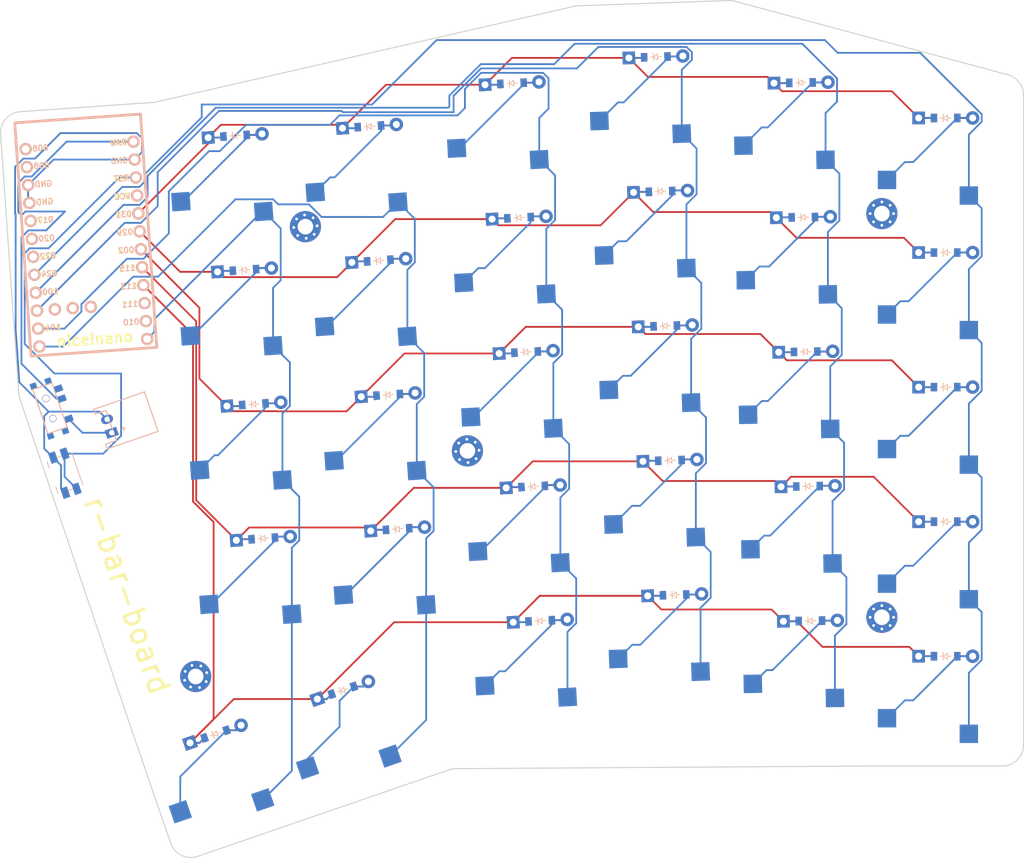
<source format=kicad_pcb>
(kicad_pcb (version 20240108) (generator "pcbnew") (generator_version "8.0")
  (title_block (title "right") (rev "v1.0.0") (company "Unknown"))
  (layers (0 "F.Cu" signal) (31 "B.Cu" signal) (34 "B.Paste" user) (35 "F.Paste" user) (36 "B.SilkS" user "B.Silkscreen") (37 "F.SilkS" user "F.Silkscreen") (38 "B.Mask" user) (39 "F.Mask" user) (44 "Edge.Cuts" user))
  (net 0 "")
  (net 1 "P024")
  (net 2 "mirror_outer_mod")
  (net 3 "mirror_outer_bottom")
  (net 4 "mirror_outer_home")
  (net 5 "mirror_outer_top")
  (net 6 "mirror_outer_num")
  (net 7 "P100")
  (net 8 "mirror_pinky_mod")
  (net 9 "mirror_pinky_bottom")
  (net 10 "mirror_pinky_home")
  (net 11 "mirror_pinky_top")
  (net 12 "mirror_pinky_num")
  (net 13 "P011")
  (net 14 "mirror_ring_mod")
  (net 15 "mirror_ring_bottom")
  (net 16 "mirror_ring_home")
  (net 17 "mirror_ring_top")
  (net 18 "mirror_ring_num")
  (net 19 "P104")
  (net 20 "mirror_middle_mod")
  (net 21 "mirror_middle_bottom")
  (net 22 "mirror_middle_home")
  (net 23 "mirror_middle_top")
  (net 24 "mirror_middle_num")
  (net 25 "P106")
  (net 26 "mirror_index_bottom")
  (net 27 "mirror_index_home")
  (net 28 "mirror_index_top")
  (net 29 "mirror_index_num")
  (net 30 "P009")
  (net 31 "mirror_inner_bottom")
  (net 32 "mirror_inner_home")
  (net 33 "mirror_inner_top")
  (net 34 "mirror_inner_num")
  (net 35 "mirror_space_thumb")
  (net 36 "mirror_mod_thumb")
  (net 37 "RAW")
  (net 38 "GND")
  (net 39 "RST")
  (net 40 "VCC")
  (net 41 "P031")
  (net 42 "P029")
  (net 43 "P002")
  (net 44 "P115")
  (net 45 "P113")
  (net 46 "P111")
  (net 47 "P010")
  (net 48 "P006")
  (net 49 "P008")
  (net 50 "P017")
  (net 51 "P020")
  (net 52 "P022")
  (net 53 "P101")
  (net 54 "P102")
  (net 55 "P107")
  (net 56 "pos")
  (footprint "E73:SPDT_C128955" (layer "F.Cu") (at 223.365139 160.018036 109)
    (property "Reference" "T1" (hide yes))
    (property "Value" "" (hide yes))
  )
  (footprint "nice_nano" (layer "F.Cu") (at 228.585581 136.80471 -86)
    (property "Reference" "MCU1" (hide yes))
    (property "Value" "nice_nano" (hide yes))
  )
  (footprint "PG1350" (layer "F.Cu") (at 310.44317 153.355354 -178)
    (property "Reference" "S13" (hide yes))
    (property "Value" "" (hide yes))
  )
  (footprint "ComboDiode" (layer "F.Cu") (at 329.422622 114.012337 1)
    (property "Reference" "D10" (hide yes))
    (property "Value" "" (hide yes))
  )
  (footprint "ComboDiode" (layer "F.Cu") (at 292.623944 190.00032 3)
    (property "Reference" "D16" (hide yes))
    (property "Value" "" (hide yes))
  )
  (footprint "MountingHole_2.2mm_M2_Pad_Via" (layer "F.Cu") (at 282.354047 166.00492 3)
    (property "Reference" "_3" (hide yes))
    (property "Value" "")
  )
  (footprint "ComboDiode" (layer "F.Cu") (at 272.499187 177.039461 4)
    (property "Reference" "D21" (hide yes))
    (property "Value" "" (hide yes))
  )
  (footprint "ComboDiode" (layer "F.Cu") (at 253.54547 178.364834 4)
    (property "Reference" "D25" (hide yes))
    (property "Value" "" (hide yes))
  )
  (footprint "ComboDiode" (layer "F.Cu") (at 291.629561 171.026359 3)
    (property "Reference" "D17" (hide yes))
    (property "Value" "" (hide yes))
  )
  (footprint "ComboDiode" (layer "F.Cu") (at 330.749005 190.000762 1)
    (property "Reference" "D6" (hide yes))
    (property "Value" "" (hide yes))
  )
  (footprint "PG1350" (layer "F.Cu") (at 270.197223 144.119848 -176)
    (property "Reference" "S23" (hide yes))
    (property "Value" "" (hide yes))
  )
  (footprint "PG1350" (layer "F.Cu") (at 289.902474 138.071584 -177)
    (property "Reference" "S19" (hide yes))
    (property "Value" "" (hide yes))
  )
  (footprint "ComboDiode" (layer "F.Cu") (at 349.836267 138)
    (property "Reference" "D4" (hide yes))
    (property "Value" "" (hide yes))
  )
  (footprint "ComboDiode" (layer "F.Cu") (at 308.942492 110.381548 2)
    (property "Reference" "D15" (hide yes))
    (property "Value" "" (hide yes))
  )
  (footprint "ComboDiode" (layer "F.Cu") (at 264.774259 199.80415 19)
    (property "Reference" "D29" (hide yes))
    (property "Value" "" (hide yes))
  )
  (footprint "MountingHole_2.2mm_M2_Pad_Via" (layer "F.Cu") (at 340.836267 189.5)
    (property "Reference" "_2" (hide yes))
    (property "Value" "")
  )
  (footprint "PG1350" (layer "F.Cu") (at 349.836267 162 180)
    (property "Reference" "S3" (hide yes))
    (property "Value" "" (hide yes))
  )
  (footprint "ComboDiode" (layer "F.Cu") (at 246.809406 205.989945 19)
    (property "Reference" "D30" (hide yes))
    (property "Value" "" (hide yes))
  )
  (footprint "PG1350" (layer "F.Cu") (at 266.402099 204.531743 -161)
    (property "Reference" "S29" (hide yes))
    (property "Value" "" (hide yes))
  )
  (footprint "PG1350" (layer "F.Cu") (at 329.509884 119.011575 -179)
    (property "Reference" "S10" (hide yes))
    (property "Value" "" (hide yes))
  )
  (footprint "PG1350" (layer "F.Cu") (at 349.836267 200 180)
    (property "Reference" "S1" (hide yes))
    (property "Value" "" (hide yes))
  )
  (footprint "PG1350" (layer "F.Cu") (at 249.918133 126.491504 -176)
    (property "Reference" "S28" (hide yes))
    (property "Value" "" (hide yes))
  )
  (footprint "ComboDiode" (layer "F.Cu") (at 288.646411 114.104475 3)
    (property "Reference" "D20" (hide yes))
    (property "Value" "" (hide yes))
  )
  (footprint "ComboDiode" (layer "F.Cu") (at 290.635178 152.052398 3)
    (property "Reference" "D18" (hide yes))
    (property "Value" "" (hide yes))
  )
  (footprint "ComboDiode" (layer "F.Cu") (at 250.894724 140.4574 4)
    (property "Reference" "D27" (hide yes))
    (property "Value" "" (hide yes))
  )
  (footprint "ComboDiode" (layer "F.Cu") (at 268.523068 120.17831 4)
    (property "Reference" "D24" (hide yes))
    (property "Value" "" (hide yes))
  )
  (footprint "MountingHole_2.2mm_M2_Pad_Via" (layer "F.Cu") (at 340.836267 132.5)
    (property "Reference" "_1" (hide yes))
    (property "Value" "")
  )
  (footprint "ComboDiode" (layer "F.Cu") (at 311.594854 186.335251 2)
    (property "Reference" "D11" (hide yes))
    (property "Value" "" (hide yes))
  )
  (footprint "ComboDiode" (layer "F.Cu") (at 309.605582 129.369974 2)
    (property "Reference" "D14" (hide yes))
    (property "Value" "" (hide yes))
  )
  (footprint "MountingHole_2.2mm_M2_Pad_Via" (layer "F.Cu") (at 244.00952 197.858485 19)
    (property "Reference" "_5" (hide yes))
    (property "Value" "")
  )
  (footprint "PG1350" (layer "F.Cu") (at 291.891241 176.019507 -177)
    (property "Reference" "S17" (hide yes))
    (property "Value" "" (hide yes))
  )
  (footprint "PG1350" (layer "F.Cu") (at 271.522596 163.073565 -176)
    (property "Reference" "S22" (hide yes))
    (property "Value" "" (hide yes))
  )
  (footprint "ComboDiode" (layer "F.Cu") (at 330.085813 152.006549 1)
    (property "Reference" "D8" (hide yes))
    (property "Value" "" (hide yes))
  )
  (footprint "ComboDiode" (layer "F.Cu") (at 349.836267 119)
    (property "Reference" "D5" (hide yes))
    (property "Value" "" (hide yes))
  )
  (footprint "ComboDiode" (layer "F.Cu") (at 349.836267 195)
    (property "Reference" "D1" (hide yes))
    (property "Value" "" (hide yes))
  )
  (footprint "PG1350" (layer "F.Cu") (at 330.504671 176.002894 -179)
    (property "Reference" "S7" (hide yes))
    (property "Value" "" (hide yes))
  )
  (footprint "PG1350" (layer "F.Cu") (at 248.437246 210.717537 -161)
    (property "Reference" "S30" (hide yes))
    (property "Value" "" (hide yes))
  )
  (footprint "PG1350" (layer "F.Cu") (at 349.836267 143 180)
    (property "Reference" "S4" (hide yes))
    (property "Value" "" (hide yes))
  )
  (footprint "PG1350" (layer "F.Cu") (at 268.87185 125.166131 -176)
    (property "Reference" "S24" (hide yes))
    (property "Value" "" (hide yes))
  )
  (footprint "PG1350" (layer "F.Cu") (at 272.847969 182.027282 -176)
    (property "Reference" "S21" (hide yes))
    (property "Value" "" (hide yes))
  )
  (footprint "ComboDiode" (layer "F.Cu") (at 330.417409 171.003655 1)
    (property "Reference" "D7" (hide yes))
    (property "Value" "" (hide yes))
  )
  (footprint "ComboDiode" (layer "F.Cu") (at 349.836267 176)
    (property "Reference" "D2" (hide yes))
    (property "Value" "" (hide yes))
  )
  (footprint "Panasonic_EVQPUL_EVQPUC" (layer "F.Cu") (at 225.558235 169.151646 109)
    (property "Reference" "B1" (hide yes))
    (property "Value" "Panasonic_EVQPUL_EVQPUC" (hide yes))
  )
  (footprint "PG1350" (layer "F.Cu") (at 349.836267 181 180)
    (property "Reference" "S2" (hide yes))
    (property "Value" "" (hide yes))
  )
  (footprint "PG1350" (layer "F.Cu") (at 329.84148 138.008681 -179)
    (property "Reference" "S9" (hide yes))
    (property "Value" "" (hide yes))
  )
  (footprint "MountingHole_2.2mm_M2_Pad_Via" (layer "F.Cu") (at 259.48914 134.34299 4)
    (property "Reference" "_4" (hide yes))
    (property "Value" "")
  )
  (footprint "PG1350" (layer "F.Cu") (at 309.116989 115.378502 -178)
    (property "Reference" "S15" (hide yes))
    (property "Value" "" (hide yes))
  )
  (footprint "PG1350" (layer "F.Cu") (at 251.243506 145.445221 -176)
    (property "Reference" "S27" (hide yes))
    (property "Value" "" (hide yes))
  )
  (footprint "PG1350" (layer "F.Cu") (at 292.885624 194.993468 -177)
    (property "Reference" "S16" (hide yes))
    (property "Value" "" (hide yes))
  )
  (footprint "JST_PH_S2B-PH-K_02x2.00mm_Angled" (layer "F.Cu") (at 231.833271 162.49609 109)
    (property "Reference" "JST1" (hide yes))
    (property "Value" "" (hide yes))
  )
  (footprint "PG1350" (layer "F.Cu") (at 330.173075 157.005788 -179)
    (property "Reference" "S8" (hide yes))
    (property "Value" "" (hide yes))
  )
  (footprint "ComboDiode" (layer "F.Cu") (at 310.931763 167.346825 2)
    (property "Reference" "D12" (hide yes))
    (property "Value" "" (hide yes))
  )
  (footprint "PG1350" (layer "F.Cu") (at 290.896857 157.045545 -177)
    (property "Reference" "S18" (hide yes))
    (property "Value" "" (hide yes))
  )
  (footprint "PG1350" (layer "F.Cu") (at 309.78008 134.366928 -178)
    (property "Reference" "S14" (hide yes))
    (property "Value" "" (hide yes))
  )
  (footprint "ComboDiode" (layer "F.Cu") (at 252.220097 159.411117 4)
    (property "Reference" "D26" (hide yes))
    (property "Value" "" (hide yes))
  )
  (footprint "ComboDiode" (layer "F.Cu") (at 349.836267 157)
    (property "Reference" "D3" (hide yes))
    (property "Value" "" (hide yes))
  )
  (footprint "PG1350" (layer "F.Cu") (at 311.769351 191.332205 -178)
    (property "Reference" "S11" (hide yes))
    (property "Value" "" (hide yes))
  )
  (footprint "PG1350" (layer "F.Cu") (at 288.908091 119.097623 -177)
    (property "Reference" "S20" (hide yes))
    (property "Value" "" (hide yes))
  )
  (footprint "PG1350" (layer "F.Cu") (at 330.836267 195 -179)
    (property "Reference" "S6" (hide yes))
    (property "Value" "" (hide yes))
  )
  (footprint "PG1350" (layer "F.Cu") (at 311.106261 172.343779 -178)
    (property "Reference" "S12" (hide yes))
    (property "Value" "" (hide yes))
  )
  (footprint "ComboDiode" (layer "F.Cu") (at 310.268673 148.358399 2)
    (property "Reference" "D13" (hide yes))
    (property "Value" "" (hide yes))
  )
  (footprint "ComboDiode" (layer "F.Cu") (at 271.173814 158.085744 4)
    (property "Reference" "D22" (hide yes))
    (property "Value" "" (hide yes))
  )
  (footprint "ComboDiode" (layer "F.Cu") (at 249.569351 121.503683 4)
    (property "Reference" "D28" (hide yes))
    (property "Value" "" (hide yes))
  )
  (footprint "PG1350" (layer "F.Cu") (at 252.568879 164.398938 -176)
    (property "Reference" "S26" (hide yes))
    (property "Value" "" (hide yes))
  )
  (footprint "PG1350" (layer "F.Cu") (at 349.836267 124 180)
    (property "Reference" "S5" (hide yes))
    (property "Value" "" (hide yes))
  )
  (footprint "ComboDiode" (layer "F.Cu") (at 329.754218 133.009443 1)
    (property "Reference" "D9" (hide yes))
    (property "Value" "" (hide yes))
  )
  (footprint "PG1350" (layer "F.Cu") (at 253.894252 183.352655 -176)
    (property "Reference" "S25" (hide yes))
    (property "Value" "" (hide yes))
  )
  (footprint "ComboDiode" (layer "F.Cu") (at 269.848441 139.132027 4)
    (property "Reference" "D23" (hide yes))
    (property "Value" "" (hide yes))
  )
  (footprint "ComboDiode" (layer "F.Cu") (at 289.640794 133.078437 3)
    (property "Reference" "D19" (hide yes))
    (property "Value" "" (hide yes))
  )
  (gr_arc (start 279.756001 211.038643) (mid 280.228014 210.917956) (end 280.713337 210.875261) (stroke (width 0.15)) (layer "Edge.Cuts"))
  (gr_arc (start 234.621196 204.379903) (mid 234.618094 204.370847) (end 234.615021 204.361781) (stroke (width 0.15)) (layer "Edge.Cuts"))
  (gr_arc (start 319.220135 102.418012) (mid 319.666718 102.435729) (end 320.105714 102.519596) (stroke (width 0.15)) (layer "Edge.Cuts"))
  (gr_line (start 219.179425 158.586635) (end 234.615021 204.361781) (stroke (width 0.15)) (layer "Edge.Cuts"))
  (gr_line (start 319.220135 102.418012) (end 297.969851 103.160088) (stroke (width 0.15)) (layer "Edge.Cuts"))
  (gr_arc (start 358.617148 112.901755) (mid 360.217721 113.973877) (end 360.836267 115.798344) (stroke (width 0.15)) (layer "Edge.Cuts"))
  (gr_arc (start 244.291564 223.250028) (mid 241.999746 223.109855) (end 240.478303 221.390177) (stroke (width 0.15)) (layer "Edge.Cuts"))
  (gr_line (start 216.475346 121.311737) (end 219.029464 157.837322) (stroke (width 0.15)) (layer "Edge.Cuts"))
  (gr_arc (start 238.439918 116.732339) (mid 238.211155 116.775442) (end 237.979739 116.800678) (stroke (width 0.15)) (layer "Edge.Cuts"))
  (gr_arc (start 360.836267 207.5) (mid 359.957587 209.62132) (end 357.836267 210.5) (stroke (width 0.15)) (layer "Edge.Cuts"))
  (gr_line (start 237.979739 116.800678) (end 219.258769 118.109775) (stroke (width 0.15)) (layer "Edge.Cuts"))
  (gr_line (start 338.845955 210.5) (end 357.836267 210.5) (stroke (width 0.15)) (layer "Edge.Cuts"))
  (gr_line (start 358.617148 112.901756) (end 320.105714 102.519596) (stroke (width 0.15)) (layer "Edge.Cuts"))
  (gr_arc (start 216.475345 121.311737) (mid 217.203909 119.13429) (end 219.258769 118.109775) (stroke (width 0.15)) (layer "Edge.Cuts"))
  (gr_line (start 244.291564 223.250028) (end 279.756001 211.038643) (stroke (width 0.15)) (layer "Edge.Cuts"))
  (gr_line (start 280.713337 210.875261) (end 338.826586 210.500062) (stroke (width 0.15)) (layer "Edge.Cuts"))
  (gr_arc (start 338.826586 210.500063) (mid 338.83627 210.500016) (end 338.845955 210.5) (stroke (width 0.15)) (layer "Edge.Cuts"))
  (gr_line (start 297.405101 103.233908) (end 238.439919 116.732338) (stroke (width 0.15)) (layer "Edge.Cuts"))
  (gr_arc (start 297.405101 103.233908) (mid 297.68572 103.183565) (end 297.969851 103.160088) (stroke (width 0.15)) (layer "Edge.Cuts"))
  (gr_arc (start 219.179425 158.586635) (mid 219.080488 158.216773) (end 219.029464 157.837322) (stroke (width 0.15)) (layer "Edge.Cuts"))
  (gr_line (start 360.836267 207.5) (end 360.836267 115.798344) (stroke (width 0.15)) (layer "Edge.Cuts"))
  (gr_line (start 234.621196 204.379903) (end 240.478303 221.390177) (stroke (width 0.15)) (layer "Edge.Cuts"))
  (gr_text "r-bar-board" (at 229.4948 172.291066 -71) (layer "F.SilkS") (effects (font (size 3 3) (thickness 0.4)) (justify left)))
  (segment (start 354.923767 157.529158) (end 354.923767 150.7625) (width 0.25) (layer "B.Cu") (net 1))
  (segment (start 353.111267 197.341658) (end 354.923767 195.529158) (width 0.25) (layer "B.Cu") (net 1))
  (segment (start 353.111267 129.95) (end 353.111267 121.341658) (width 0.25) (layer "B.Cu") (net 1))
  (segment (start 354.923767 177.136501) (end 354.923767 169.7625) (width 0.25) (layer "B.Cu") (net 1))
  (segment (start 245 117.1) (end 244.859607 117.1) (width 0.25) (layer "B.Cu") (net 1))
  (segment (start 353.111267 121.341658) (end 354.923767 119.529158) (width 0.25) (layer "B.Cu") (net 1))
  (segment (start 244.859607 118.903997) (end 236.768184 126.99542) (width 0.25) (layer "B.Cu") (net 1))
  (segment (start 353.111267 205.95) (end 353.111267 197.341658) (width 0.25) (layer "B.Cu") (net 1))
  (segment (start 353.111267 159.341658) (end 354.923767 157.529158) (width 0.25) (layer "B.Cu") (net 1))
  (segment (start 268.9 117.1) (end 245 117.1) (width 0.25) (layer "B.Cu") (net 1))
  (segment (start 354.923767 169.7625) (end 353.111267 167.95) (width 0.25) (layer "B.Cu") (net 1))
  (segment (start 354.923767 195.529158) (end 354.923767 188.7625) (width 0.25) (layer "B.Cu") (net 1))
  (segment (start 354.923767 131.7625) (end 353.111267 129.95) (width 0.25) (layer "B.Cu") (net 1))
  (segment (start 354.923767 138.529158) (end 354.923767 131.7625) (width 0.25) (layer "B.Cu") (net 1))
  (segment (start 354.923767 119.529158) (end 354.923767 118.470842) (width 0.25) (layer "B.Cu") (net 1))
  (segment (start 354.923767 118.470842) (end 346.252925 109.8) (width 0.25) (layer "B.Cu") (net 1))
  (segment (start 354.923767 150.7625) (end 353.111267 148.95) (width 0.25) (layer "B.Cu") (net 1))
  (segment (start 236.768184 126.99542) (end 236.768184 128.031816) (width 0.25) (layer "B.Cu") (net 1))
  (segment (start 354.923767 188.7625) (end 353.111267 186.95) (width 0.25) (layer "B.Cu") (net 1))
  (segment (start 236.768184 128.031816) (end 236.062666 128.737334) (width 0.25) (layer "B.Cu") (net 1))
  (segment (start 346.252925 109.8) (end 334.6 109.8) (width 0.25) (layer "B.Cu") (net 1))
  (segment (start 353.111267 148.95) (end 353.111267 140.341658) (width 0.25) (layer "B.Cu") (net 1))
  (segment (start 236.062666 128.737334) (end 233.649554 128.737334) (width 0.25) (layer "B.Cu") (net 1))
  (segment (start 278 108) (end 268.9 117.1) (width 0.25) (layer "B.Cu") (net 1))
  (segment (start 233.649554 128.737334) (end 221.249915 141.136973) (width 0.25) (layer "B.Cu") (net 1))
  (segment (start 353.111267 186.95) (end 353.111267 178.949001) (width 0.25) (layer "B.Cu") (net 1))
  (segment (start 332.8 108) (end 278 108) (width 0.25) (layer "B.Cu") (net 1))
  (segment (start 353.111267 140.341658) (end 354.923767 138.529158) (width 0.25) (layer "B.Cu") (net 1))
  (segment (start 334.6 109.8) (end 332.8 108) (width 0.25) (layer "B.Cu") (net 1))
  (segment (start 353.111267 178.949001) (end 354.923767 177.136501) (width 0.25) (layer "B.Cu") (net 1))
  (segment (start 353.111267 167.95) (end 353.111267 159.341658) (width 0.25) (layer "B.Cu") (net 1))
  (segment (start 244.859607 117.1) (end 244.859607 118.903997) (width 0.25) (layer "B.Cu") (net 1))
  (segment (start 351.486267 195) (end 353.646267 195) (width 0.25) (layer "F.Cu") (net 2))
  (segment (start 351.486267 195) (end 353.646267 195) (width 0.25) (layer "B.Cu") (net 2))
  (segment (start 345.260367 201.2259) (end 351.486267 195) (width 0.25) (layer "B.Cu") (net 2))
  (segment (start 344.085367 201.2259) (end 345.260367 201.2259) (width 0.25) (layer "B.Cu") (net 2))
  (segment (start 341.561267 203.75) (end 344.085367 201.2259) (width 0.25) (layer "B.Cu") (net 2))
  (segment (start 353.646267 176) (end 351.486267 176) (width 0.25) (layer "F.Cu") (net 3))
  (segment (start 345.260367 182.2259) (end 351.486267 176) (width 0.25) (layer "B.Cu") (net 3))
  (segment (start 353.646267 176) (end 351.486267 176) (width 0.25) (layer "B.Cu") (net 3))
  (segment (start 341.561267 184.75) (end 344.085367 182.2259) (width 0.25) (layer "B.Cu") (net 3))
  (segment (start 344.085367 182.2259) (end 345.260367 182.2259) (width 0.25) (layer "B.Cu") (net 3))
  (segment (start 351.486267 157) (end 353.646267 157) (width 0.25) (layer "F.Cu") (net 4))
  (segment (start 343.436267 163.875) (end 344.611267 163.875) (width 0.25) (layer "B.Cu") (net 4))
  (segment (start 351.486267 157) (end 353.646267 157) (width 0.25) (layer "B.Cu") (net 4))
  (segment (start 341.561267 165.75) (end 343.436267 163.875) (width 0.25) (layer "B.Cu") (net 4))
  (segment (start 344.611267 163.875) (end 351.486267 157) (width 0.25) (layer "B.Cu") (net 4))
  (segment (start 353.646267 138) (end 351.486267 138) (width 0.25) (layer "F.Cu") (net 5))
  (segment (start 343.436267 144.875) (end 344.611267 144.875) (width 0.25) (layer "B.Cu") (net 5))
  (segment (start 341.561267 146.75) (end 343.436267 144.875) (width 0.25) (layer "B.Cu") (net 5))
  (segment (start 344.611267 144.875) (end 351.486267 138) (width 0.25) (layer "B.Cu") (net 5))
  (segment (start 353.646267 138) (end 351.486267 138) (width 0.25) (layer "B.Cu") (net 5))
  (segment (start 351.486267 119) (end 353.646267 119) (width 0.25) (layer "F.Cu") (net 6))
  (segment (start 345.260367 125.2259) (end 351.486267 119) (width 0.25) (layer "B.Cu") (net 6))
  (segment (start 344.085367 125.2259) (end 345.260367 125.2259) (width 0.25) (layer "B.Cu") (net 6))
  (segment (start 351.486267 119) (end 353.646267 119) (width 0.25) (layer "B.Cu") (net 6))
  (segment (start 341.561267 127.75) (end 344.085367 125.2259) (width 0.25) (layer "B.Cu") (net 6))
  (segment (start 237.218184 127.181816) (end 237.218184 130.16341) (width 0.25) (layer "B.Cu") (net 7))
  (segment (start 233.826736 131.271147) (end 221.427097 143.670786) (width 0.25) (layer "B.Cu") (net 7))
  (segment (start 246.85 117.55) (end 237.218184 127.181816) (width 0.25) (layer "B.Cu") (net 7))
  (segment (start 334.21461 192.084741) (end 335.835925 190.463426) (width 0.25) (layer "B.Cu") (net 7))
  (segment (start 297.478919 108.521081) (end 329.613939 108.521081) (width 0.25) (layer "B.Cu") (net 7))
  (segment (start 294.6 111.4) (end 297.478919 108.521081) (width 0.25) (layer "B.Cu") (net 7))
  (segment (start 329.746429 108.653571) (end 329.613938 108.521081) (width 0.25) (layer "B.Cu") (net 7))
  (segment (start 279.8 115.837531) (end 284.237531 111.4) (width 0.25) (layer "B.Cu") (net 7))
  (segment (start 279.65 117.55) (end 279.8 117.4) (width 0.25) (layer "B.Cu") (net 7))
  (segment (start 335.172733 145.853528) (end 333.219823 143.900618) (width 0.25) (layer "B.Cu") (net 7))
  (segment (start 279.8 117.4) (end 279.8 115.837531) (width 0.25) (layer "B.Cu") (net 7))
  (segment (start 334.509542 113.416685) (end 329.746429 108.653571) (width 0.25) (layer "B.Cu") (net 7))
  (segment (start 237.218184 130.16341) (end 236.110447 131.271147) (width 0.25) (layer "B.Cu") (net 7))
  (segment (start 334.509542 116.690458) (end 334.509542 113.416685) (width 0.25) (layer "B.Cu") (net 7))
  (segment (start 333.883014 173.087634) (end 335.504329 171.466319) (width 0.25) (layer "B.Cu") (net 7))
  (segment (start 335.835925 183.847742) (end 333.883014 181.894831) (width 0.25) (layer "B.Cu") (net 7))
  (segment (start 335.172733 152.469213) (end 335.172733 145.853528) (width 0.25) (layer "B.Cu") (net 7))
  (segment (start 329.613939 108.521081) (end 329.746429 108.653571) (width 0.25) (layer "B.Cu") (net 7))
  (segment (start 236.110447 131.271147) (end 233.826736 131.271147) (width 0.25) (layer "B.Cu") (net 7))
  (segment (start 333.551418 162.897725) (end 333.551418 154.090528) (width 0.25) (layer "B.Cu") (net 7))
  (segment (start 334.841138 126.856423) (end 332.888227 124.903512) (width 0.25) (layer "B.Cu") (net 7))
  (segment (start 246.85 117.55) (end 279.65 117.55) (width 0.25) (layer "B.Cu") (net 7))
  (segment (start 332.888227 118.311773) (end 334.509542 116.690458) (width 0.25) (layer "B.Cu") (net 7))
  (segment (start 333.219823 135.093422) (end 334.841138 133.472107) (width 0.25) (layer "B.Cu") (net 7))
  (segment (start 334.21461 200.891937) (end 334.21461 192.084741) (width 0.25) (layer "B.Cu") (net 7))
  (segment (start 334.841138 133.472107) (end 334.841138 126.856423) (width 0.25) (layer "B.Cu") (net 7))
  (segment (start 335.504329 171.466319) (end 335.504329 164.850636) (width 0.25) (layer "B.Cu") (net 7))
  (segment (start 335.504329 164.850636) (end 333.551418 162.897725) (width 0.25) (layer "B.Cu") (net 7))
  (segment (start 332.888227 124.903512) (end 332.888227 118.311773) (width 0.25) (layer "B.Cu") (net 7))
  (segment (start 335.835925 190.463426) (end 335.835925 183.847742) (width 0.25) (layer "B.Cu") (net 7))
  (segment (start 284.237531 111.4) (end 294.6 111.4) (width 0.25) (layer "B.Cu") (net 7))
  (segment (start 333.219823 143.900618) (end 333.219823 135.093422) (width 0.25) (layer "B.Cu") (net 7))
  (segment (start 333.883014 181.894831) (end 333.883014 173.087634) (width 0.25) (layer "B.Cu") (net 7))
  (segment (start 333.551418 154.090528) (end 335.172733 152.469213) (width 0.25) (layer "B.Cu") (net 7))
  (segment (start 334.520727 189.971966) (end 334.558425 189.934268) (width 0.25) (layer "F.Cu") (net 8))
  (segment (start 332.398754 189.971966) (end 334.520727 189.971966) (width 0.25) (layer "F.Cu") (net 8))
  (segment (start 325.409029 196.961691) (end 332.398754 189.971966) (width 0.25) (layer "B.Cu") (net 8))
  (segment (start 332.398754 189.971966) (end 334.520727 189.971966) (width 0.25) (layer "B.Cu") (net 8))
  (segment (start 322.627974 198.893848) (end 324.560131 196.961691) (width 0.25) (layer "B.Cu") (net 8))
  (segment (start 334.520727 189.971966) (end 334.558425 189.934268) (width 0.25) (layer "B.Cu") (net 8))
  (segment (start 324.560131 196.961691) (end 325.409029 196.961691) (width 0.25) (layer "B.Cu") (net 8))
  (segment (start 332.104856 170.937161) (end 332.067158 170.974859) (width 0.25) (layer "F.Cu") (net 9))
  (segment (start 334.226829 170.937161) (end 332.104856 170.937161) (width 0.25) (layer "F.Cu") (net 9))
  (segment (start 332.104856 170.937161) (end 332.067158 170.974859) (width 0.25) (layer "B.Cu") (net 9))
  (segment (start 334.226829 170.937161) (end 332.104856 170.937161) (width 0.25) (layer "B.Cu") (net 9))
  (segment (start 322.296378 179.896742) (end 324.228535 177.964585) (width 0.25) (layer "B.Cu") (net 9))
  (segment (start 325.077432 177.964585) (end 332.067158 170.974859) (width 0.25) (layer "B.Cu") (net 9))
  (segment (start 324.228535 177.964585) (end 325.077432 177.964585) (width 0.25) (layer "B.Cu") (net 9))
  (segment (start 331.735562 151.977753) (end 333.857535 151.977753) (width 0.25) (layer "F.Cu") (net 10))
  (segment (start 333.857535 151.977753) (end 333.895233 151.940055) (width 0.25) (layer "F.Cu") (net 10))
  (segment (start 321.964782 160.899636) (end 323.896939 158.967479) (width 0.25) (layer "B.Cu") (net 10))
  (segment (start 323.896939 158.967479) (end 324.745836 158.967479) (width 0.25) (layer "B.Cu") (net 10))
  (segment (start 333.857535 151.977753) (end 333.895233 151.940055) (width 0.25) (layer "B.Cu") (net 10))
  (segment (start 324.745836 158.967479) (end 331.735562 151.977753) (width 0.25) (layer "B.Cu") (net 10))
  (segment (start 331.735562 151.977753) (end 333.857535 151.977753) (width 0.25) (layer "B.Cu") (net 10))
  (segment (start 331.441665 132.942949) (end 331.403967 132.980647) (width 0.25) (layer "F.Cu") (net 11))
  (segment (start 333.563638 132.942949) (end 331.441665 132.942949) (width 0.25) (layer "F.Cu") (net 11))
  (segment (start 331.403967 133.491195) (end 331.403967 132.980647) (width 0.25) (layer "B.Cu") (net 11))
  (segment (start 323.565344 139.970372) (end 324.92479 139.970372) (width 0.25) (layer "B.Cu") (net 11))
  (segment (start 321.633187 141.902529) (end 323.565344 139.970372) (width 0.25) (layer "B.Cu") (net 11))
  (segment (start 333.563638 132.942949) (end 331.441665 132.942949) (width 0.25) (layer "B.Cu") (net 11))
  (segment (start 331.441665 132.942949) (end 331.403967 132.980647) (width 0.25) (layer "B.Cu") (net 11))
  (segment (start 324.92479 139.970372) (end 331.403967 133.491195) (width 0.25) (layer "B.Cu") (net 11))
  (segment (start 333.194344 113.983541) (end 333.232042 113.945843) (width 0.25) (layer "F.Cu") (net 12))
  (segment (start 331.072371 113.983541) (end 333.194344 113.983541) (width 0.25) (layer "F.Cu") (net 12))
  (segment (start 321.301591 122.905423) (end 323.873551 120.333463) (width 0.25) (layer "B.Cu") (net 12))
  (segment (start 324.722449 120.333463) (end 331.072371 113.983541) (width 0.25) (layer "B.Cu") (net 12))
  (segment (start 333.194344 113.983541) (end 333.232042 113.945843) (width 0.25) (layer "B.Cu") (net 12))
  (segment (start 331.072371 113.983541) (end 333.194344 113.983541) (width 0.25) (layer "B.Cu") (net 12))
  (segment (start 323.873551 120.333463) (end 324.722449 120.333463) (width 0.25) (layer "B.Cu") (net 12))
  (segment (start 247.304797 118) (end 238.646479 126.658318) (width 0.25) (layer "B.Cu") (net 13))
  (segment (start 300.828919 108.971081) (end 297.8 112) (width 0.25) (layer "B.Cu") (net 13))
  (segment (start 316.680033 180.268974) (end 314.586918 178.175859) (width 0.25) (layer "B.Cu") (net 13))
  (segment (start 314.690761 129.766165) (end 314.690761 123.303697) (width 0.25) (layer "B.Cu") (net 13))
  (segment (start 312.597646 112.207764) (end 314.027671 110.777739) (width 0.25) (layer "B.Cu") (net 13))
  (segment (start 314.586918 169.17304) (end 316.016942 167.743016) (width 0.25) (layer "B.Cu") (net 13))
  (segment (start 313.923827 150.184615) (end 315.353852 148.75459) (width 0.25) (layer "B.Cu") (net 13))
  (segment (start 264.785038 118.185038) (end 264.6 118) (width 0.25) (layer "B.Cu") (net 13))
  (segment (start 315.250008 197.164285) (end 315.250008 188.161467) (width 0.25) (layer "B.Cu") (net 13))
  (segment (start 314.027671 110.777739) (end 314.027671 109.719423) (width 0.25) (layer "B.Cu") (net 13))
  (segment (start 313.923827 159.187434) (end 313.923827 150.184615) (width 0.25) (layer "B.Cu") (net 13))
  (segment (start 314.027671 109.719423) (end 313.279329 108.971081) (width 0.25) (layer "B.Cu") (net 13))
  (segment (start 280.4 118.185038) (end 264.785038 118.185038) (width 0.25) (layer "B.Cu") (net 13))
  (segment (start 315.250008 188.161467) (end 316.680033 186.731442) (width 0.25) (layer "B.Cu") (net 13))
  (segment (start 316.016942 167.743016) (end 316.016942 161.280549) (width 0.25) (layer "B.Cu") (net 13))
  (segment (start 312.597646 121.210582) (end 312.597646 112.207764) (width 0.25) (layer "B.Cu") (net 13))
  (segment (start 313.260737 140.199008) (end 313.260737 131.196189) (width 0.25) (layer "B.Cu") (net 13))
  (segment (start 313.279329 108.971081) (end 300.828919 108.971081) (width 0.25) (layer "B.Cu") (net 13))
  (segment (start 234.003918 133.804959) (end 221.604278 146.204599) (width 0.25) (layer "B.Cu") (net 13))
  (segment (start 284.273927 112) (end 280.4 115.873927) (width 0.25) (layer "B.Cu") (net 13))
  (segment (start 316.016942 161.280549) (end 313.923827 159.187434) (width 0.25) (layer "B.Cu") (net 13))
  (segment (start 315.353852 148.75459) (end 315.353852 142.292123) (width 0.25) (layer "B.Cu") (net 13))
  (segment (start 314.586918 178.175859) (end 314.586918 169.17304) (width 0.25) (layer "B.Cu") (net 13))
  (segment (start 238.646479 126.658318) (end 238.646479 131.44611) (width 0.25) (layer "B.Cu") (net 13))
  (segment (start 316.680033 186.731442) (end 316.680033 180.268974) (width 0.25) (layer "B.Cu") (net 13))
  (segment (start 313.260737 131.196189) (end 314.690761 129.766165) (width 0.25) (layer "B.Cu") (net 13))
  (segment (start 236.28763 133.804959) (end 234.003918 133.804959) (width 0.25) (layer "B.Cu") (net 13))
  (segment (start 280.4 115.873927) (end 280.4 118.185038) (width 0.25) (layer "B.Cu") (net 13))
  (segment (start 297.8 112) (end 284.273927 112) (width 0.25) (layer "B.Cu") (net 13))
  (segment (start 314.690761 123.303697) (end 312.597646 121.210582) (width 0.25) (layer "B.Cu") (net 13))
  (segment (start 264.6 118) (end 247.304797 118) (width 0.25) (layer "B.Cu") (net 13))
  (segment (start 238.646479 131.44611) (end 236.28763 133.804959) (width 0.25) (layer "B.Cu") (net 13))
  (segment (start 315.353852 142.292123) (end 313.260737 140.199008) (width 0.25) (layer "B.Cu") (net 13))
  (segment (start 315.32715 186.277667) (end 315.402533 186.202284) (width 0.25) (layer "F.Cu") (net 14))
  (segment (start 313.243849 186.277667) (end 315.32715 186.277667) (width 0.25) (layer "F.Cu") (net 14))
  (segment (start 313.243849 186.878033) (end 313.243849 186.277667) (width 0.25) (layer "B.Cu") (net 14))
  (segment (start 313.243849 186.277667) (end 315.32715 186.277667) (width 0.25) (layer "B.Cu") (net 14))
  (segment (start 306.742464 193.379418) (end 313.243849 186.878033) (width 0.25) (layer "B.Cu") (net 14))
  (segment (start 303.630265 195.368714) (end 305.619561 193.379418) (width 0.25) (layer "B.Cu") (net 14))
  (segment (start 315.32715 186.277667) (end 315.402533 186.202284) (width 0.25) (layer "B.Cu") (net 14))
  (segment (start 305.619561 193.379418) (end 306.742464 193.379418) (width 0.25) (layer "B.Cu") (net 14))
  (segment (start 312.656141 167.213858) (end 312.580758 167.289241) (width 0.25) (layer "F.Cu") (net 15))
  (segment (start 314.739442 167.213858) (end 312.656141 167.213858) (width 0.25) (layer "F.Cu") (net 15))
  (segment (start 312.656141 167.213858) (end 312.580758 167.289241) (width 0.25) (layer "B.Cu") (net 15))
  (segment (start 306.733415 173.761626) (end 312.580758 167.914283) (width 0.25) (layer "B.Cu") (net 15))
  (segment (start 302.967175 176.380288) (end 305.585837 173.761626) (width 0.25) (layer "B.Cu") (net 15))
  (segment (start 314.739442 167.213858) (end 312.656141 167.213858) (width 0.25) (layer "B.Cu") (net 15))
  (segment (start 305.585837 173.761626) (end 306.733415 173.761626) (width 0.25) (layer "B.Cu") (net 15))
  (segment (start 312.580758 167.914283) (end 312.580758 167.289241) (width 0.25) (layer "B.Cu") (net 15))
  (segment (start 311.917668 148.300815) (end 314.000969 148.300815) (width 0.25) (layer "F.Cu") (net 16))
  (segment (start 314.000969 148.300815) (end 314.076352 148.225432) (width 0.25) (layer "F.Cu") (net 16))
  (segment (start 304.29338 155.402567) (end 305.397433 155.402567) (width 0.25) (layer "B.Cu") (net 16))
  (segment (start 302.304084 157.391863) (end 304.29338 155.402567) (width 0.25) (layer "B.Cu") (net 16))
  (segment (start 305.397433 155.402567) (end 311.917668 148.882332) (width 0.25) (layer "B.Cu") (net 16))
  (segment (start 314.000969 148.300815) (end 314.076352 148.225432) (width 0.25) (layer "B.Cu") (net 16))
  (segment (start 311.917668 148.882332) (end 311.917668 148.300815) (width 0.25) (layer "B.Cu") (net 16))
  (segment (start 311.917668 148.300815) (end 314.000969 148.300815) (width 0.25) (layer "B.Cu") (net 16))
  (segment (start 311.32996 129.237007) (end 311.254577 129.31239) (width 0.25) (layer "F.Cu") (net 17))
  (segment (start 313.413261 129.237007) (end 311.32996 129.237007) (width 0.25) (layer "F.Cu") (net 17))
  (segment (start 303.63029 136.414141) (end 304.777868 136.414141) (width 0.25) (layer "B.Cu") (net 17))
  (segment (start 313.413261 129.237007) (end 311.32996 129.237007) (width 0.25) (layer "B.Cu") (net 17))
  (segment (start 304.777868 136.414141) (end 311.254577 129.937432) (width 0.25) (layer "B.Cu") (net 17))
  (segment (start 311.254577 129.937432) (end 311.254577 129.31239) (width 0.25) (layer "B.Cu") (net 17))
  (segment (start 311.32996 129.237007) (end 311.254577 129.31239) (width 0.25) (layer "B.Cu") (net 17))
  (segment (start 301.640994 138.403437) (end 303.63029 136.414141) (width 0.25) (layer "B.Cu") (net 17))
  (segment (start 310.591487 110.323964) (end 312.674788 110.323964) (width 0.25) (layer "F.Cu") (net 18))
  (segment (start 312.674788 110.323964) (end 312.750171 110.248581) (width 0.25) (layer "F.Cu") (net 18))
  (segment (start 304.403651 116.796349) (end 310.591487 110.608513) (width 0.25) (layer "B.Cu") (net 18))
  (segment (start 310.591487 110.323964) (end 312.674788 110.323964) (width 0.25) (layer "B.Cu") (net 18))
  (segment (start 310.591487 110.608513) (end 310.591487 110.323964) (width 0.25) (layer "B.Cu") (net 18))
  (segment (start 303.596565 116.796349) (end 304.403651 116.796349) (width 0.25) (layer "B.Cu") (net 18))
  (segment (start 312.674788 110.323964) (end 312.750171 110.248581) (width 0.25) (layer "B.Cu") (net 18))
  (segment (start 300.977903 119.415011) (end 303.596565 116.796349) (width 0.25) (layer "B.Cu") (net 18))
  (segment (start 296.467535 191.568766) (end 297.706223 190.330078) (width 0.25) (layer "B.Cu") (net 19))
  (segment (start 264.298103 118.635038) (end 280.964962 118.635038) (width 0.25) (layer "B.Cu") (net 19))
  (segment (start 284.282748 112.627575) (end 293.027575 112.627575) (width 0.25) (layer "B.Cu") (net 19))
  (segment (start 292.490002 118.986642) (end 292.490002 124.868068) (width 0.25) (layer "B.Cu") (net 19))
  (segment (start 247.401992 123.6844) (end 251.125981 119.960411) (width 0.25) (layer "B.Cu") (net 19))
  (segment (start 221.781459 148.738411) (end 225.482623 148.738411) (width 0.25) (layer "B.Cu") (net 19))
  (segment (start 280.964962 118.635038) (end 282 117.6) (width 0.25) (layer "B.Cu") (net 19))
  (segment (start 294.723073 133.408195) (end 294.723073 127.101139) (width 0.25) (layer "B.Cu") (net 19))
  (segment (start 294.723073 127.101139) (end 292.490002 124.868068) (width 0.25) (layer "B.Cu") (net 19))
  (segment (start 225.482623 148.738411) (end 227.881802 146.339232) (width 0.25) (layer "B.Cu") (net 19))
  (segment (start 297.706223 190.330078) (end 297.706223 184.023023) (width 0.25) (layer "B.Cu") (net 19))
  (segment (start 227.881802 146.339232) (end 227.881802 145.298073) (width 0.25) (layer "B.Cu") (net 19))
  (segment (start 295.473152 172.594805) (end 296.71184 171.356117) (width 0.25) (layer "B.Cu") (net 19))
  (segment (start 240.21236 135.302217) (end 240.21236 129.360652) (width 0.25) (layer "B.Cu") (net 19))
  (segment (start 296.467535 200.763913) (end 296.467535 191.568766) (width 0.25) (layer "B.Cu") (net 19))
  (segment (start 293.8 113.4) (end 293.8 117.676644) (width 0.25) (layer "B.Cu") (net 19))
  (segment (start 293.8 117.676644) (end 292.490002 118.986642) (width 0.25) (layer "B.Cu") (net 19))
  (segment (start 234.30729 138.872585) (end 236.641992 138.872585) (width 0.25) (layer "B.Cu") (net 19))
  (segment (start 251.125981 119.960411) (end 262.97273 119.960411) (width 0.25) (layer "B.Cu") (net 19))
  (segment (start 245.888612 123.6844) (end 247.401992 123.6844) (width 0.25) (layer "B.Cu") (net 19))
  (segment (start 293.484385 134.646883) (end 294.723073 133.408195) (width 0.25) (layer "B.Cu") (net 19))
  (segment (start 227.881802 145.298073) (end 234.30729 138.872585) (width 0.25) (layer "B.Cu") (net 19))
  (segment (start 282 117.6) (end 282 114.910323) (width 0.25) (layer "B.Cu") (net 19))
  (segment (start 297.706223 184.023023) (end 295.473152 181.789952) (width 0.25) (layer "B.Cu") (net 19))
  (segment (start 293.484385 143.842029) (end 293.484385 134.646883) (width 0.25) (layer "B.Cu") (net 19))
  (segment (start 295.717457 146.075101) (end 293.484385 143.842029) (width 0.25) (layer "B.Cu") (net 19))
  (segment (start 294.478768 153.620845) (end 295.717457 152.382156) (width 0.25) (layer "B.Cu") (net 19))
  (segment (start 262.97273 119.960411) (end 264.298103 118.635038) (width 0.25) (layer "B.Cu") (net 19))
  (segment (start 240.21236 129.360652) (end 245.888612 123.6844) (width 0.25) (layer "B.Cu") (net 19))
  (segment (start 295.473152 181.789952) (end 295.473152 172.594805) (width 0.25) (layer "B.Cu") (net 19))
  (segment (start 296.71184 171.356117) (end 296.71184 165.049062) (width 0.25) (layer "B.Cu") (net 19))
  (segment (start 236.641992 138.872585) (end 240.21236 135.302217) (width 0.25) (layer "B.Cu") (net 19))
  (segment (start 295.717457 152.382156) (end 295.717457 146.075101) (width 0.25) (layer "B.Cu") (net 19))
  (segment (start 293.027575 112.627575) (end 293.8 113.4) (width 0.25) (layer "B.Cu") (net 19))
  (segment (start 294.478768 162.81599) (end 294.478768 153.620845) (width 0.25) (layer "B.Cu") (net 19))
  (segment (start 282 114.910323) (end 284.282748 112.627575) (width 0.25) (layer "B.Cu") (net 19))
  (segment (start 296.71184 165.049062) (end 294.478768 162.81599) (width 0.25) (layer "B.Cu") (net 19))
  (segment (start 294.271683 189.913966) (end 296.315677 189.913966) (width 0.25) (layer "F.Cu") (net 20))
  (segment (start 296.315677 189.913966) (end 296.428723 189.80092) (width 0.25) (layer "F.Cu") (net 20))
  (segment (start 287.661464 197.125009) (end 294.271683 190.51479) (width 0.25) (layer "B.Cu") (net 20))
  (segment (start 286.864624 197.125009) (end 287.661464 197.125009) (width 0.25) (layer "B.Cu") (net 20))
  (segment (start 294.271683 190.51479) (end 294.271683 189.913966) (width 0.25) (layer "B.Cu") (net 20))
  (segment (start 296.315677 189.913966) (end 296.428723 189.80092) (width 0.25) (layer "B.Cu") (net 20))
  (segment (start 284.818224 199.171409) (end 286.864624 197.125009) (width 0.25) (layer "B.Cu") (net 20))
  (segment (start 294.271683 189.913966) (end 296.315677 189.913966) (width 0.25) (layer "B.Cu") (net 20))
  (segment (start 295.43434 170.826959) (end 293.390346 170.826959) (width 0.25) (layer "F.Cu") (net 21))
  (segment (start 293.390346 170.826959) (end 293.2773 170.940005) (width 0.25) (layer "F.Cu") (net 21))
  (segment (start 284.24237 180.197448) (end 293.2773 171.162518) (width 0.25) (layer "B.Cu") (net 21))
  (segment (start 295.43434 170.826959) (end 293.390346 170.826959) (width 0.25) (layer "B.Cu") (net 21))
  (segment (start 293.2773 171.162518) (end 293.2773 170.940005) (width 0.25) (layer "B.Cu") (net 21))
  (segment (start 283.823841 180.197448) (end 284.24237 180.197448) (width 0.25) (layer "B.Cu") (net 21))
  (segment (start 293.390346 170.826959) (end 293.2773 170.940005) (width 0.25) (layer "B.Cu") (net 21))
  (segment (start 294.326911 151.966044) (end 294.439957 151.852998) (width 0.25) (layer "F.Cu") (net 22))
  (segment (start 292.282917 151.966044) (end 294.326911 151.966044) (width 0.25) (layer "F.Cu") (net 22))
  (segment (start 294.326911 151.966044) (end 294.439957 151.852998) (width 0.25) (layer "B.Cu") (net 22))
  (segment (start 292.282917 152.188555) (end 292.282917 151.966044) (width 0.25) (layer "B.Cu") (net 22))
  (segment (start 292.282917 151.966044) (end 294.326911 151.966044) (width 0.25) (layer "B.Cu") (net 22))
  (segment (start 282.829457 161.223486) (end 283.247986 161.223486) (width 0.25) (layer "B.Cu") (net 22))
  (segment (start 283.247986 161.223486) (end 292.282917 152.188555) (width 0.25) (layer "B.Cu") (net 22))
  (segment (start 291.401579 132.879037) (end 291.288533 132.992083) (width 0.25) (layer "F.Cu") (net 23))
  (segment (start 293.445573 132.879037) (end 291.401579 132.879037) (width 0.25) (layer "F.Cu") (net 23))
  (segment (start 291.401579 132.879037) (end 291.288533 132.992083) (width 0.25) (layer "B.Cu") (net 23))
  (segment (start 283.881474 140.203125) (end 284.815934 140.203125) (width 0.25) (layer "B.Cu") (net 23))
  (segment (start 284.815934 140.203125) (end 291.288533 133.730526) (width 0.25) (layer "B.Cu") (net 23))
  (segment (start 293.445573 132.879037) (end 291.401579 132.879037) (width 0.25) (layer "B.Cu") (net 23))
  (segment (start 281.835074 142.249525) (end 283.881474 140.203125) (width 0.25) (layer "B.Cu") (net 23))
  (segment (start 291.288533 133.730526) (end 291.288533 132.992083) (width 0.25) (layer "B.Cu") (net 23))
  (segment (start 292.338144 114.018121) (end 292.45119 113.905075) (width 0.25) (layer "F.Cu") (net 24))
  (segment (start 290.29415 114.018121) (end 292.338144 114.018121) (width 0.25) (layer "F.Cu") (net 24))
  (segment (start 281.25922 123.275564) (end 290.29415 114.240634) (width 0.25) (layer "B.Cu") (net 24))
  (segment (start 290.29415 114.240634) (end 290.29415 114.018121) (width 0.25) (layer "B.Cu") (net 24))
  (segment (start 290.29415 114.018121) (end 292.338144 114.018121) (width 0.25) (layer "B.Cu") (net 24))
  (segment (start 280.840691 123.275564) (end 281.25922 123.275564) (width 0.25) (layer "B.Cu") (net 24))
  (segment (start 292.338144 114.018121) (end 292.45119 113.905075) (width 0.25) (layer "B.Cu") (net 24))
  (segment (start 235.193603 141.406397) (end 225.327776 151.272224) (width 0.25) (layer "B.Cu") (net 25))
  (segment (start 274.92666 139.395413) (end 274.92666 133.245922) (width 0.25) (layer "B.Cu") (net 25))
  (segment (start 275.204669 168.780619) (end 275.204669 159.396494) (width 0.25) (layer "B.Cu") (net 25))
  (segment (start 254.940975 130.486041) (end 249.622503 130.486041) (width 0.25) (layer "B.Cu") (net 25))
  (segment (start 271.435803 209.091343) (end 276.530042 203.997104) (width 0.25) (layer "B.Cu") (net 25))
  (segment (start 276.252033 158.34913) (end 276.252033 152.199639) (width 0.25) (layer "B.Cu") (net 25))
  (segment (start 273.879296 149.826902) (end 273.879296 140.442777) (width 0.25) (layer "B.Cu") (net 25))
  (segment (start 255.651682 131.196748) (end 254.940975 130.486041) (width 0.25) (layer "B.Cu") (net 25))
  (segment (start 277.577406 177.302847) (end 277.577406 171.153356) (width 0.25) (layer "B.Cu") (net 25))
  (segment (start 273.879296 140.442777) (end 274.92666 139.395413) (width 0.25) (layer "B.Cu") (net 25))
  (segment (start 276.252033 152.199639) (end 273.879296 149.826902) (width 0.25) (layer "B.Cu") (net 25))
  (segment (start 249.622503 130.486041) (end 238.702147 141.406397) (width 0.25) (layer "B.Cu") (net 25))
  (segment (start 225.327776 151.272224) (end 221.958641 151.272224) (width 0.25) (layer "B.Cu") (net 25))
  (segment (start 270.450471 132.976637) (end 261.776637 132.976637) (width 0.25) (layer "B.Cu") (net 25))
  (segment (start 274.92666 133.245922) (end 272.553923 130.873185) (width 0.25) (layer "B.Cu") (net 25))
  (segment (start 276.530042 203.997104) (end 276.530042 187.734336) (width 0.25) (layer "B.Cu") (net 25))
  (segment (start 238.702147 141.406397) (end 235.193603 141.406397) (width 0.25) (layer "B.Cu") (net 25))
  (segment (start 277.577406 171.153356) (end 275.204669 168.780619) (width 0.25) (layer "B.Cu") (net 25))
  (segment (start 272.553923 130.873185) (end 270.450471 132.976637) (width 0.25) (layer "B.Cu") (net 25))
  (segment (start 276.530042 178.350211) (end 277.577406 177.302847) (width 0.25) (layer "B.Cu") (net 25))
  (segment (start 276.530042 187.734336) (end 276.530042 178.350211) (width 0.25) (layer "B.Cu") (net 25))
  (segment (start 259.996748 131.196748) (end 255.651682 131.196748) (width 0.25) (layer "B.Cu") (net 25))
  (segment (start 275.204669 159.396494) (end 276.252033 158.34913) (width 0.25) (layer "B.Cu") (net 25))
  (segment (start 261.776637 132.976637) (end 259.996748 131.196748) (width 0.25) (layer "B.Cu") (net 25))
  (segment (start 274.295842 176.773689) (end 274.145168 176.924363) (width 0.25) (layer "F.Cu") (net 26))
  (segment (start 276.299906 176.773689) (end 274.295842 176.773689) (width 0.25) (layer "F.Cu") (net 26))
  (segment (start 274.295842 176.773689) (end 274.145168 176.924363) (width 0.25) (layer "B.Cu") (net 26))
  (segment (start 274.145168 177.360826) (end 274.145168 176.924363) (width 0.25) (layer "B.Cu") (net 26))
  (segment (start 276.299906 176.773689) (end 274.295842 176.773689) (width 0.25) (layer "B.Cu") (net 26))
  (segment (start 264.854713 186.345382) (end 265.160612 186.345382) (width 0.25) (layer "B.Cu") (net 26))
  (segment (start 265.160612 186.345382) (end 274.145168 177.360826) (width 0.25) (layer "B.Cu") (net 26))
  (segment (start 272.819795 157.970646) (end 274.823859 157.970646) (width 0.25) (layer "F.Cu") (net 27))
  (segment (start 274.823859 157.970646) (end 274.974533 157.819972) (width 0.25) (layer "F.Cu") (net 27))
  (segment (start 274.823859 157.970646) (end 274.974533 157.819972) (width 0.25) (layer "B.Cu") (net 27))
  (segment (start 272.819795 157.970646) (end 274.823859 157.970646) (width 0.25) (layer "B.Cu") (net 27))
  (segment (start 263.835239 167.391665) (end 272.819795 158.407109) (width 0.25) (layer "B.Cu") (net 27))
  (segment (start 263.52934 167.391665) (end 263.835239 167.391665) (width 0.25) (layer "B.Cu") (net 27))
  (segment (start 272.819795 158.407109) (end 272.819795 157.970646) (width 0.25) (layer "B.Cu") (net 27))
  (segment (start 273.64916 138.866255) (end 271.645096 138.866255) (width 0.25) (layer "F.Cu") (net 28))
  (segment (start 271.645096 138.866255) (end 271.494422 139.016929) (width 0.25) (layer "F.Cu") (net 28))
  (segment (start 262.509866 148.437948) (end 271.494422 139.453392) (width 0.25) (layer "B.Cu") (net 28))
  (segment (start 271.645096 138.866255) (end 271.494422 139.016929) (width 0.25) (layer "B.Cu") (net 28))
  (segment (start 262.203967 148.437948) (end 262.509866 148.437948) (width 0.25) (layer "B.Cu") (net 28))
  (segment (start 273.64916 138.866255) (end 271.645096 138.866255) (width 0.25) (layer "B.Cu") (net 28))
  (segment (start 271.494422 139.453392) (end 271.494422 139.016929) (width 0.25) (layer "B.Cu") (net 28))
  (segment (start 270.169049 120.063212) (end 272.173113 120.063212) (width 0.25) (layer "F.Cu") (net 29))
  (segment (start 272.173113 120.063212) (end 272.323787 119.912538) (width 0.25) (layer "F.Cu") (net 29))
  (segment (start 272.173113 120.063212) (end 272.323787 119.912538) (width 0.25) (layer "B.Cu") (net 29))
  (segment (start 260.878594 129.484231) (end 262.982046 127.380779) (width 0.25) (layer "B.Cu") (net 29))
  (segment (start 263.619221 127.380779) (end 270.169049 120.830951) (width 0.25) (layer "B.Cu") (net 29))
  (segment (start 270.169049 120.063212) (end 272.173113 120.063212) (width 0.25) (layer "B.Cu") (net 29))
  (segment (start 262.982046 127.380779) (end 263.619221 127.380779) (width 0.25) (layer "B.Cu") (net 29))
  (segment (start 270.169049 120.830951) (end 270.169049 120.063212) (width 0.25) (layer "B.Cu") (net 29))
  (segment (start 257.298316 153.525012) (end 254.925579 151.152275) (width 0.25) (layer "B.Cu") (net 30))
  (segment (start 238.185636 149.185016) (end 237.161517 150.209135) (width 0.25) (layer "B.Cu") (net 30))
  (segment (start 257.576325 189.059709) (end 257.576325 179.675584) (width 0.25) (layer "B.Cu") (net 30))
  (segment (start 238.185636 147.398251) (end 238.185636 149.185016) (width 0.25) (layer "B.Cu") (net 30))
  (segment (start 256 134.598352) (end 253.600206 132.198558) (width 0.25) (layer "B.Cu") (net 30))
  (segment (start 256.250952 170.105992) (end 256.250952 160.721867) (width 0.25) (layer "B.Cu") (net 30))
  (segment (start 256 141.912728) (end 256 134.598352) (width 0.25) (layer "B.Cu") (net 30))
  (segment (start 257.576325 211.171762) (end 257.576325 189.059709) (width 0.25) (layer "B.Cu") (net 30))
  (segment (start 254.925579 142.987149) (end 256 141.912728) (width 0.25) (layer "B.Cu") (net 30))
  (segment (start 253.385329 132.198558) (end 238.185636 147.398251) (width 0.25) (layer "B.Cu") (net 30))
  (segment (start 253.600206 132.198558) (end 253.385329 132.198558) (width 0.25) (layer "B.Cu") (net 30))
  (segment (start 258.623689 172.478729) (end 256.250952 170.105992) (width 0.25) (layer "B.Cu") (net 30))
  (segment (start 257.576325 179.675584) (end 258.623689 178.62822) (width 0.25) (layer "B.Cu") (net 30))
  (segment (start 254.925579 151.152275) (end 254.925579 142.987149) (width 0.25) (layer "B.Cu") (net 30))
  (segment (start 258.623689 178.62822) (end 258.623689 172.478729) (width 0.25) (layer "B.Cu") (net 30))
  (segment (start 253.47095 215.277137) (end 257.576325 211.171762) (width 0.25) (layer "B.Cu") (net 30))
  (segment (start 256.250952 160.721867) (end 257.298316 159.674503) (width 0.25) (layer "B.Cu") (net 30))
  (segment (start 257.298316 159.674503) (end 257.298316 153.525012) (width 0.25) (layer "B.Cu") (net 30))
  (segment (start 257.346189 178.099062) (end 255.342125 178.099062) (width 0.25) (layer "F.Cu") (net 31))
  (segment (start 255.342125 178.099062) (end 255.191451 178.249736) (width 0.25) (layer "F.Cu") (net 31))
  (segment (start 257.346189 178.099062) (end 255.342125 178.099062) (width 0.25) (layer "B.Cu") (net 31))
  (segment (start 246.206895 187.670755) (end 255.191451 178.686199) (width 0.25) (layer "B.Cu") (net 31))
  (segment (start 245.900996 187.670755) (end 246.206895 187.670755) (width 0.25) (layer "B.Cu") (net 31))
  (segment (start 255.342125 178.099062) (end 255.191451 178.249736) (width 0.25) (layer "B.Cu") (net 31))
  (segment (start 255.191451 178.686199) (end 255.191451 178.249736) (width 0.25) (layer "B.Cu") (net 31))
  (segment (start 255.870142 159.296019) (end 256.020816 159.145345) (width 0.25) (layer "F.Cu") (net 32))
  (segment (start 253.866078 159.296019) (end 255.870142 159.296019) (width 0.25) (layer "F.Cu") (net 32))
  (segment (start 255.870142 159.296019) (end 256.020816 159.145345) (width 0.25) (layer "B.Cu") (net 32))
  (segment (start 247.149976 166.613586) (end 253.866078 159.897484) (width 0.25) (layer "B.Cu") (net 32))
  (segment (start 253.866078 159.897484) (end 253.866078 159.296019) (width 0.25) (layer "B.Cu") (net 32))
  (segment (start 246.679075 166.613586) (end 247.149976 166.613586) (width 0.25) (layer "B.Cu") (net 32))
  (segment (start 244.575623 168.717038) (end 246.679075 166.613586) (width 0.25) (layer "B.Cu") (net 32))
  (segment (start 253.866078 159.296019) (end 255.870142 159.296019) (width 0.25) (layer "B.Cu") (net 32))
  (segment (start 254.695443 140.191628) (end 252.691379 140.191628) (width 0.25) (layer "F.Cu") (net 33))
  (segment (start 252.691379 140.191628) (end 252.540705 140.342302) (width 0.25) (layer "F.Cu") (net 33))
  (segment (start 243.556149 149.763321) (end 252.540705 140.778765) (width 0.25) (layer "B.Cu") (net 33))
  (segment (start 252.691379 140.191628) (end 252.540705 140.342302) (width 0.25) (layer "B.Cu") (net 33))
  (segment (start 243.25025 149.763321) (end 243.556149 149.763321) (width 0.25) (layer "B.Cu") (net 33))
  (segment (start 252.540705 140.778765) (end 252.540705 140.342302) (width 0.25) (layer "B.Cu") (net 33))
  (segment (start 254.695443 140.191628) (end 252.691379 140.191628) (width 0.25) (layer "B.Cu") (net 33))
  (segment (start 253.219396 121.388585) (end 253.37007 121.237911) (width 0.25) (layer "F.Cu") (net 34))
  (segment (start 251.215332 121.388585) (end 253.219396 121.388585) (width 0.25) (layer "F.Cu") (net 34))
  (segment (start 251.215332 121.388585) (end 253.219396 121.388585) (width 0.25) (layer "B.Cu") (net 34))
  (segment (start 253.219396 121.388585) (end 253.37007 121.237911) (width 0.25) (layer "B.Cu") (net 34))
  (segment (start 241.924877 130.809604) (end 242.230776 130.809604) (width 0.25) (layer "B.Cu") (net 34))
  (segment (start 242.230776 130.809604) (end 251.215332 121.825048) (width 0.25) (layer "B.Cu") (net 34))
  (segment (start 251.215332 121.825048) (end 251.215332 121.388585) (width 0.25) (layer "B.Cu") (net 34))
  (segment (start 267.673457 199.266963) (end 268.376685 198.563735) (width 0.25) (layer "F.Cu") (net 35))
  (segment (start 266.334365 199.266963) (end 267.673457 199.266963) (width 0.25) (layer "F.Cu") (net 35))
  (segment (start 259.798813 209.458986) (end 264.312599 204.9452) (width 0.25) (layer "B.Cu") (net 35))
  (segment (start 264.312599 201.288729) (end 266.334365 199.266963) (width 0.25) (layer "B.Cu") (net 35))
  (segment (start 266.334365 199.266963) (end 267.673457 199.266963) (width 0.25) (layer "B.Cu") (net 35))
  (segment (start 267.673457 199.266963) (end 268.376685 198.563735) (width 0.25) (layer "B.Cu") (net 35))
  (segment (start 259.798813 210.771514) (end 259.798813 209.458986) (width 0.25) (layer "B.Cu") (net 35))
  (segment (start 264.312599 204.9452) (end 264.312599 201.288729) (width 0.25) (layer "B.Cu") (net 35))
  (segment (start 248.369512 205.452758) (end 249.708604 205.452758) (width 0.25) (layer "F.Cu") (net 36))
  (segment (start 249.708604 205.452758) (end 250.411832 204.74953) (width 0.25) (layer "F.Cu") (net 36))
  (segment (start 241.83396 216.957308) (end 241.83396 211.98831) (width 0.25) (layer "B.Cu") (net 36))
  (segment (start 248.369512 205.452758) (end 249.708604 205.452758) (width 0.25) (layer "B.Cu") (net 36))
  (segment (start 241.83396 211.98831) (end 248.369512 205.452758) (width 0.25) (layer "B.Cu") (net 36))
  (segment (start 249.708604 205.452758) (end 250.411832 204.74953) (width 0.25) (layer "B.Cu") (net 36))
  (segment (start 224.36187 158.633343) (end 219.421434 153.692907) (width 0.25) (layer "B.Cu") (net 37))
  (segment (start 225.082914 158.633343) (end 224.36187 158.633343) (width 0.25) (layer "B.Cu") (net 37))
  (segment (start 218.971434 132.307874) (end 218.971434 128.161589) (width 0.25) (layer "B.Cu") (net 37))
  (segment (start 219.60783 132.571478) (end 219.235038 132.571478) (width 0.25) (layer "B.Cu") (net 37))
  (segment (start 218.971434 128.161589) (end 219.866413 127.26661) (width 0.25) (layer "B.Cu") (net 37))
  (segment (start 219.976285 132.203023) (end 219.60783 132.571478) (width 0.25) (layer "B.Cu") (net 37))
  (segment (start 219.235038 132.571478) (end 218.971434 132.307874) (width 0.25) (layer "B.Cu") (net 37))
  (segment (start 220.861603 127.26661) (end 225.791017 122.337196) (width 0.25) (layer "B.Cu") (net 37))
  (segment (start 225.791017 122.337196) (end 235.212521 122.337196) (width 0.25) (layer "B.Cu") (net 37))
  (segment (start 225.560581 132.203023) (end 219.976285 132.203023) (width 0.25) (layer "B.Cu") (net 37))
  (segment (start 219.866413 127.26661) (end 220.861603 127.26661) (width 0.25) (layer "B.Cu") (net 37))
  (segment (start 220.397957 134.868048) (end 222.895556 134.868048) (width 0.25) (layer "B.Cu") (net 37))
  (segment (start 219.421434 153.692907) (end 219.421434 135.844571) (width 0.25) (layer "B.Cu") (net 37))
  (segment (start 219.421434 135.844571) (end 220.397957 134.868048) (width 0.25) (layer "B.Cu") (net 37))
  (segment (start 222.895556 134.868048) (end 225.560581 132.203023) (width 0.25) (layer "B.Cu") (net 37))
  (segment (start 218.6 148.828581) (end 218.6 132.572836) (width 0.25) (layer "B.Cu") (net 38))
  (segment (start 225.008147 168.054612) (end 223.899928 166.946393) (width 0.25) (layer "B.Cu") (net 38))
  (segment (start 231.507703 161.550571) (end 230.416238 160.459106) (width 0.25) (layer "B.Cu") (net 38))
  (segment (start 218.521434 132.49427) (end 218.521434 125.900594) (width 0.25) (layer "B.Cu") (net 38))
  (segment (start 224.929698 121.135896) (end 235.710116 121.135896) (width 0.25) (layer "B.Cu") (net 38))
  (segment (start 223.960909 124.871009) (end 235.389703 124.871009) (width 0.25) (layer "B.Cu") (net 38))
  (segment (start 225.008147 171.309351) (end 225.008147 168.054612) (width 0.25) (layer "B.Cu") (net 38))
  (segment (start 223.899928 166.946393) (end 222.632682 165.679147) (width 0.25) (layer "B.Cu") (net 38))
  (segment (start 235.710116 121.135896) (end 236.413821 121.839601) (width 0.25) (layer "B.Cu") (net 38))
  (segment (start 219.689231 124.732797) (end 221.332797 124.732797) (width 0.25) (layer "B.Cu") (net 38))
  (segment (start 236.413821 123.846891) (end 235.389703 124.871009) (width 0.25) (layer "B.Cu") (net 38))
  (segment (start 218.6 132.572836) (end 218.521434 132.49427) (width 0.25) (layer "B.Cu") (net 38))
  (segment (start 223.259106 160.459106) (end 219.124141 156.324141) (width 0.25) (layer "B.Cu") (net 38))
  (segment (start 236.413821 121.839601) (end 236.413821 123.846891) (width 0.25) (layer "B.Cu") (net 38))
  (segment (start 225.609161 171.910365) (end 225.008147 171.309351) (width 0.25) (layer "B.Cu") (net 38))
  (segment (start 221.332797 124.732797) (end 224.929698 121.135896) (width 0.25) (layer "B.Cu") (net 38))
  (segment (start 219.124141 156.324141) (end 218.6 148.828581) (width 0.25) (layer "B.Cu") (net 38))
  (segment (start 220.364008 128.46791) (end 220.364008 130.824542) (width 0.25) (layer "B.Cu") (net 38))
  (segment (start 230.416238 160.459106) (end 223.259106 160.459106) (width 0.25) (layer "B.Cu") (net 38))
  (segment (start 222.632682 165.679147) (end 222.632682 161.08553) (width 0.25) (layer "B.Cu") (net 38))
  (segment (start 220.364008 130.824542) (end 220.541189 131.001723) (width 0.25) (layer "B.Cu") (net 38))
  (segment (start 222.632682 161.08553) (end 223.259106 160.459106) (width 0.25) (layer "B.Cu") (net 38))
  (segment (start 218.521434 125.900594) (end 219.689231 124.732797) (width 0.25) (layer "B.Cu") (net 38))
  (segment (start 220.364008 128.46791) (end 223.960909 124.871009) (width 0.25) (layer "B.Cu") (net 38))
  (segment (start 233.482871 163.866807) (end 233.482871 155.082871) (width 0.25) (layer "B.Cu") (net 39))
  (segment (start 230.956751 166.392927) (end 233.482871 163.866807) (width 0.25) (layer "B.Cu") (net 39))
  (segment (start 223.236414 137.4) (end 233.231593 127.404821) (width 0.25) (layer "B.Cu") (net 39))
  (segment (start 233.231593 127.404821) (end 235.566884 127.404821) (width 0.25) (layer "B.Cu") (net 39))
  (segment (start 225.507309 166.392927) (end 230.956751 166.392927) (width 0.25) (layer "B.Cu") (net 39))
  (segment (start 224.070393 155.082871) (end 219.871434 150.883912) (width 0.25) (layer "B.Cu") (net 39))
  (segment (start 219.871434 150.883912) (end 219.871434 138.105566) (width 0.25) (layer "B.Cu") (net 39))
  (segment (start 220.577 137.4) (end 223.236414 137.4) (width 0.25) (layer "B.Cu") (net 39))
  (segment (start 219.871434 138.105566) (end 220.577 137.4) (width 0.25) (layer "B.Cu") (net 39))
  (segment (start 225.507309 166.392927) (end 225.507309 169.647666) (width 0.25) (layer "B.Cu") (net 39))
  (segment (start 233.482871 155.082871) (end 224.070393 155.082871) (width 0.25) (layer "B.Cu") (net 39))
  (segment (start 225.507309 169.647666) (end 227.216542 171.356899) (width 0.25) (layer "B.Cu") (net 39))
  (segment (start 346.026267 119) (end 348.186267 119) (width 0.25) (layer "F.Cu") (net 41))
  (segment (start 284.841632 114.303875) (end 286.885626 114.303875) (width 0.25) (layer "F.Cu") (net 41))
  (segment (start 326.757714 115.223343) (end 342.24961 115.223343) (width 0.25) (layer "F.Cu") (net 41))
  (segment (start 264.722349 120.444082) (end 270.862556 114.303875) (width 0.25) (layer "F.Cu") (net 41))
  (segment (start 264.238678 119.960411) (end 264.722349 120.444082) (width 0.25) (layer "F.Cu") (net 41))
  (segment (start 325.613202 114.078831) (end 327.735175 114.078831) (width 0.25) (layer "F.Cu") (net 41))
  (segment (start 264.722349 120.444082) (end 266.726413 120.444082) (width 0.25) (layer "F.Cu") (net 41))
  (segment (start 307.820298 113.2) (end 324.734371 113.2) (width 0.25) (layer "F.Cu") (net 41))
  (segment (start 245.768632 122.625062) (end 235.921247 132.472447) (width 0.25) (layer "F.Cu") (net 41))
  (segment (start 305.134813 110.514515) (end 307.820298 113.2) (width 0.25) (layer "F.Cu") (net 41))
  (segment (start 284.841632 114.303875) (end 288.630992 110.514515) (width 0.25) (layer "F.Cu") (net 41))
  (segment (start 327.735175 114.078831) (end 327.772873 114.041133) (width 0.25) (layer "F.Cu") (net 41))
  (segment (start 247.577676 119.960411) (end 264.238678 119.960411) (width 0.25) (layer "F.Cu") (net 41))
  (segment (start 325.613202 114.078831) (end 326.757714 115.223343) (width 0.25) (layer "F.Cu") (net 41))
  (segment (start 324.734371 113.2) (end 325.613202 114.078831) (width 0.25) (layer "F.Cu") (net 41))
  (segment (start 305.134813 110.514515) (end 307.218114 110.514515) (width 0.25) (layer "F.Cu") (net 41))
  (segment (start 266.726413 120.444082) (end 266.877087 120.293408) (width 0.25) (layer "F.Cu") (net 41))
  (segment (start 286.885626 114.303875) (end 286.998672 114.190829) (width 0.25) (layer "F.Cu") (net 41))
  (segment (start 245.768632 121.769455) (end 245.768632 122.625062) (width 0.25) (layer "F.Cu") (net 41))
  (segment (start 288.630992 110.514515) (end 305.134813 110.514515) (width 0.25) (layer "F.Cu") (net 41))
  (segment (start 270.862556 114.303875) (end 284.841632 114.303875) (width 0.25) (layer "F.Cu") (net 41))
  (segment (start 245.768632 121.769455) (end 247.577676 119.960411) (width 0.25) (layer "F.Cu") (net 41))
  (segment (start 307.218114 110.514515) (end 307.293497 110.439132) (width 0.25) (layer "F.Cu") (net 41))
  (segment (start 245.768632 121.769455) (end 247.772696 121.769455) (width 0.25) (layer "F.Cu") (net 41))
  (segment (start 342.24961 115.223343) (end 346.026267 119) (width 0.25) (layer "F.Cu") (net 41))
  (segment (start 247.772696 121.769455) (end 247.92337 121.618781) (width 0.25) (layer "F.Cu") (net 41))
  (segment (start 245.768632 121.769455) (end 247.772696 121.769455) (width 0.25) (layer "B.Cu") (net 41))
  (segment (start 284.841632 114.303875) (end 286.885626 114.303875) (width 0.25) (layer "B.Cu") (net 41))
  (segment (start 305.134813 110.514515) (end 307.218114 110.514515) (width 0.25) (layer "B.Cu") (net 41))
  (segment (start 325.613202 114.078831) (end 327.735175 114.078831) (width 0.25) (layer "B.Cu") (net 41))
  (segment (start 247.772696 121.769455) (end 247.92337 121.618781) (width 0.25) (layer "B.Cu") (net 41))
  (segment (start 264.722349 120.444082) (end 266.726413 120.444082) (width 0.25) (layer "B.Cu") (net 41))
  (segment (start 266.726413 120.444082) (end 266.877087 120.293408) (width 0.25) (layer "B.Cu") (net 41))
  (segment (start 286.885626 114.303875) (end 286.998672 114.190829) (width 0.25) (layer "B.Cu") (net 41))
  (segment (start 346.026267 119) (end 348.186267 119) (width 0.25) (layer "B.Cu") (net 41))
  (segment (start 307.218114 110.514515) (end 307.293497 110.439132) (width 0.25) (layer "B.Cu") (net 41))
  (segment (start 327.735175 114.078831) (end 327.772873 114.041133) (width 0.25) (layer "B.Cu") (net 41))
  (segment (start 247.094005 140.723172) (end 241.815341 140.723172) (width 0.25) (layer "F.Cu") (net 42))
  (segment (start 307.956587 129.427558) (end 305.873286 129.427558) (width 0.25) (layer "F.Cu") (net 42))
  (segment (start 305.873286 129.427558) (end 305.797903 129.502941) (width 0.25) (layer "F.Cu") (net 42))
  (segment (start 268.20246 139.247125) (end 266.198396 139.247125) (width 0.25) (layer "F.Cu") (net 42))
  (segment (start 301.144307 134.156537) (end 286.714715 134.156537) (width 0.25) (layer "F.Cu") (net 42))
  (segment (start 328.104469 133.038239) (end 325.982496 133.038239) (width 0.25) (layer "F.Cu") (net 42))
  (segment (start 305.797903 129.502941) (end 301.144307 134.156537) (width 0.25) (layer "F.Cu") (net 42))
  (segment (start 325.982496 133.038239) (end 325.944798 133.075937) (width 0.25) (layer "F.Cu") (net 42))
  (segment (start 249.248743 140.572498) (end 247.244679 140.572498) (width 0.25) (layer "F.Cu") (net 42))
  (segment (start 247.839961 141.469128) (end 247.094005 140.723172) (width 0.25) (layer "F.Cu") (net 42))
  (segment (start 285.949061 133.164791) (end 285.836015 133.277837) (width 0.25) (layer "F.Cu") (net 42))
  (segment (start 263.976393 141.469128) (end 247.839961 141.469128) (width 0.25) (layer "F.Cu") (net 42))
  (segment (start 266.198396 139.247125) (end 266.047722 139.397799) (width 0.25) (layer "F.Cu") (net 42))
  (segment (start 346.026267 138) (end 343.945448 135.919181) (width 0.25) (layer "F.Cu") (net 42))
  (segment (start 241.815341 140.723172) (end 236.098428 135.006259) (width 0.25) (layer "F.Cu") (net 42))
  (segment (start 285.836015 133.277837) (end 272.167684 133.277837) (width 0.25) (layer "F.Cu") (net 42))
  (segment (start 348.186267 138) (end 346.026267 138) (width 0.25) (layer "F.Cu") (net 42))
  (segment (start 343.945448 135.919181) (end 328.788042 135.919181) (width 0.25) (layer "F.Cu") (net 42))
  (segment (start 325.944798 133.075937) (end 325.146289 132.277428) (width 0.25) (layer "F.Cu") (net 42))
  (segment (start 286.714715 134.156537) (end 285.836015 133.277837) (width 0.25) (layer "F.Cu") (net 42))
  (segment (start 247.244679 140.572498) (end 247.094005 140.723172) (width 0.25) (layer "F.Cu") (net 42))
  (segment (start 266.047722 139.397799) (end 263.976393 141.469128) (width 0.25) (layer "F.Cu") (net 42))
  (segment (start 287.993055 133.164791) (end 285.949061 133.164791) (width 0.25) (layer "F.Cu") (net 42))
  (segment (start 308.57239 132.277428) (end 305.797903 129.502941) (width 0.25) (layer "F.Cu") (net 42))
  (segment (start 328.788042 135.919181) (end 325.944798 133.075937) (width 0.25) (layer "F.Cu") (net 42))
  (segment (start 272.167684 133.277837) (end 266.047722 139.397799) (width 0.25) (layer "F.Cu") (net 42))
  (segment (start 325.146289 132.277428) (end 308.57239 132.277428) (width 0.25) (layer "F.Cu") (net 42))
  (segment (start 328.104469 133.038239) (end 325.982496 133.038239) (width 0.25) (layer "B.Cu") (net 42))
  (segment (start 249.248743 140.572498) (end 247.244679 140.572498) (width 0.25) (layer "B.Cu") (net 42))
  (segment (start 247.244679 140.572498) (end 247.094005 140.723172) (width 0.25) (layer "B.Cu") (net 42))
  (segment (start 348.186267 138) (end 346.026267 138) (width 0.25) (layer "B.Cu") (net 42))
  (segment (start 325.982496 133.038239) (end 325.944798 133.075937) (width 0.25) (layer "B.Cu") (net 42))
  (segment (start 268.20246 139.247125) (end 266.198396 139.247125) (width 0.25) (layer "B.Cu") (net 42))
  (segment (start 266.198396 139.247125) (end 266.047722 139.397799) (width 0.25) (layer "B.Cu") (net 42))
  (segment (start 285.949061 133.164791) (end 285.836015 133.277837) (width 0.25) (layer "B.Cu") (net 42))
  (segment (start 305.873286 129.427558) (end 305.797903 129.502941) (width 0.25) (layer "B.Cu") (net 42))
  (segment (start 287.993055 133.164791) (end 285.949061 133.164791) (width 0.25) (layer "B.Cu") (net 42))
  (segment (start 307.956587 129.427558) (end 305.873286 129.427558) (width 0.25) (layer "B.Cu") (net 42))
  (segment (start 267.373095 158.351516) (end 273.472813 152.251798) (width 0.25) (layer "F.Cu") (net 43))
  (segment (start 342.243822 153.217555) (end 346.026267 157) (width 0.25) (layer "F.Cu") (net 43))
  (segment (start 250.423442 159.676889) (end 250.574116 159.526215) (width 0.25) (layer "F.Cu") (net 43))
  (segment (start 326.276393 152.073043) (end 327.420905 153.217555) (width 0.25) (layer "F.Cu") (net 43))
  (segment (start 286.830399 152.251798) (end 290.590831 148.491366) (width 0.25) (layer "F.Cu") (net 43))
  (segment (start 265.301766 160.422845) (end 267.373095 158.351516) (width 0.25) (layer "F.Cu") (net 43))
  (segment (start 288.874393 152.251798) (end 288.987439 152.138752) (width 0.25) (layer "F.Cu") (net 43))
  (segment (start 248.419378 159.676889) (end 249.142489 160.4) (width 0.25) (layer "F.Cu") (net 43))
  (segment (start 273.472813 152.251798) (end 286.830399 152.251798) (width 0.25) (layer "F.Cu") (net 43))
  (segment (start 306.460994 148.491366) (end 308.544295 148.491366) (width 0.25) (layer "F.Cu") (net 43))
  (segment (start 346.026267 157) (end 348.186267 157) (width 0.25) (layer "F.Cu") (net 43))
  (segment (start 328.398366 152.073043) (end 328.436064 152.035345) (width 0.25) (layer "F.Cu") (net 43))
  (segment (start 323.706282 149.502932) (end 326.276393 152.073043) (width 0.25) (layer "F.Cu") (net 43))
  (segment (start 326.276393 152.073043) (end 328.398366 152.073043) (width 0.25) (layer "F.Cu") (net 43))
  (segment (start 255.491658 160.422845) (end 265.301766 160.422845) (width 0.25) (layer "F.Cu") (net 43))
  (segment (start 248.419378 159.676889) (end 244.531004 155.788515) (width 0.25) (layer "F.Cu") (net 43))
  (segment (start 327.420905 153.217555) (end 342.243822 153.217555) (width 0.25) (layer "F.Cu") (net 43))
  (segment (start 286.830399 152.251798) (end 288.874393 152.251798) (width 0.25) (layer "F.Cu") (net 43))
  (segment (start 290.590831 148.491366) (end 306.460994 148.491366) (width 0.25) (layer "F.Cu") (net 43))
  (segment (start 306.460994 148.491366) (end 307.47256 149.502932) (width 0.25) (layer "F.Cu") (net 43))
  (segment (start 267.373095 158.351516) (end 269.377159 158.351516) (width 0.25) (layer "F.Cu") (net 43))
  (segment (start 308.544295 148.491366) (end 308.619678 148.415983) (width 0.25) (layer "F.Cu") (net 43))
  (segment (start 269.377159 158.351516) (end 269.527833 158.200842) (width 0.25) (layer "F.Cu") (net 43))
  (segment (start 244.531004 145.795466) (end 236.27561 137.540072) (width 0.25) (layer "F.Cu") (net 43))
  (segment (start 248.419378 159.676889) (end 250.423442 159.676889) (width 0.25) (layer "F.Cu") (net 43))
  (segment (start 249.142489 160.4) (end 255.468813 160.4) (width 0.25) (layer "F.Cu") (net 43))
  (segment (start 244.531004 155.788515) (end 244.531004 145.795466) (width 0.25) (layer "F.Cu") (net 43))
  (segment (start 255.468813 160.4) (end 255.491658 160.422845) (width 0.25) (layer "F.Cu") (net 43))
  (segment (start 307.47256 149.502932) (end 323.706282 149.502932) (width 0.25) (layer "F.Cu") (net 43))
  (segment (start 288.874393 152.251798) (end 288.987439 152.138752) (width 0.25) (layer "B.Cu") (net 43))
  (segment (start 248.419378 159.676889) (end 250.423442 159.676889) (width 0.25) (layer "B.Cu") (net 43))
  (segment (start 250.423442 159.676889) (end 250.574116 159.526215) (width 0.25) (layer "B.Cu") (net 43))
  (segment (start 328.398366 152.073043) (end 328.436064 152.035345) (width 0.25) (layer "B.Cu") (net 43))
  (segment (start 306.460994 148.491366) (end 308.544295 148.491366) (width 0.25) (layer "B.Cu") (net 43))
  (segment (start 286.830399 152.251798) (end 288.874393 152.251798) (width 0.25) (layer "B.Cu") (net 43))
  (segment (start 267.373095 158.351516) (end 269.377159 158.351516) (width 0.25) (layer "B.Cu") (net 43))
  (segment (start 326.276393 152.073043) (end 328.398366 152.073043) (width 0.25) (layer "B.Cu") (net 43))
  (segment (start 346.026267 157) (end 348.186267 157) (width 0.25) (layer "B.Cu") (net 43))
  (segment (start 269.377159 158.351516) (end 269.527833 158.200842) (width 0.25) (layer "B.Cu") (net 43))
  (segment (start 308.544295 148.491366) (end 308.619678 148.415983) (width 0.25) (layer "B.Cu") (net 43))
  (segment (start 326.645687 171.032451) (end 326.607989 171.070149) (width 0.25) (layer "F.Cu") (net 44))
  (segment (start 291.570749 167.479792) (end 287.824782 171.225759) (width 0.25) (layer "F.Cu") (net 44))
  (segment (start 346.026267 176) (end 339.685928 169.659661) (width 0.25) (layer "F.Cu") (net 44))
  (segment (start 307.199467 167.404409) (end 307.124084 167.479792) (width 0.25) (layer "F.Cu") (net 44))
  (segment (start 309.282768 167.404409) (end 307.199467 167.404409) (width 0.25) (layer "F.Cu") (net 44))
  (segment (start 328.018477 169.659661) (end 326.607989 171.070149) (width 0.25) (layer "F.Cu") (net 44))
  (segment (start 287.937828 171.112713) (end 287.824782 171.225759) (width 0.25) (layer "F.Cu") (net 44))
  (segment (start 268.214797 176.821562) (end 251.553795 176.821562) (width 0.25) (layer "F.Cu") (net 44))
  (segment (start 244.081004 172.966859) (end 244.081004 147.702098) (width 0.25) (layer "F.Cu") (net 44))
  (segment (start 307.124084 167.479792) (end 291.570749 167.479792) (width 0.25) (layer "F.Cu") (net 44))
  (segment (start 251.899489 178.479932) (end 249.895425 178.479932) (width 0.25) (layer "F.Cu") (net 44))
  (segment (start 325.792119 170.254279) (end 309.898571 170.254279) (width 0.25) (layer "F.Cu") (net 44))
  (segment (start 249.744751 178.630606) (end 244.081004 172.966859) (width 0.25) (layer "F.Cu") (net 44))
  (segment (start 268.849142 177.154559) (end 268.698468 177.305233) (width 0.25) (layer "F.Cu") (net 44))
  (segment (start 348.186267 176) (end 346.026267 176) (width 0.25) (layer "F.Cu") (net 44))
  (segment (start 274.777942 171.225759) (end 268.698468 177.305233) (width 0.25) (layer "F.Cu") (net 44))
  (segment (start 326.607989 171.070149) (end 325.792119 170.254279) (width 0.25) (layer "F.Cu") (net 44))
  (segment (start 328.76766 171.032451) (end 326.645687 171.032451) (width 0.25) (layer "F.Cu") (net 44))
  (segment (start 251.553795 176.821562) (end 249.744751 178.630606) (width 0.25) (layer "F.Cu") (net 44))
  (segment (start 339.685928 169.659661) (end 328.018477 169.659661) (width 0.25) (layer "F.Cu") (net 44))
  (segment (start 244.081004 147.702098) (end 236.452791 140.073885) (width 0.25) (layer "F.Cu") (net 44))
  (segment (start 287.824782 171.225759) (end 274.777942 171.225759) (width 0.25) (layer "F.Cu") (net 44))
  (segment (start 249.895425 178.479932) (end 249.744751 178.630606) (width 0.25) (layer "F.Cu") (net 44))
  (segment (start 309.898571 170.254279) (end 307.124084 167.479792) (width 0.25) (layer "F.Cu") (net 44))
  (segment (start 289.981822 171.112713) (end 287.937828 171.112713) (width 0.25) (layer "F.Cu") (net 44))
  (segment (start 268.698468 177.305233) (end 268.214797 176.821562) (width 0.25) (layer "F.Cu") (net 44))
  (segment (start 270.853206 177.154559) (end 268.849142 177.154559) (width 0.25) (layer "F.Cu") (net 44))
  (segment (start 268.849142 177.154559) (end 268.698468 177.305233) (width 0.25) (layer "B.Cu") (net 44))
  (segment (start 326.645687 171.032451) (end 326.607989 171.070149) (width 0.25) (layer "B.Cu") (net 44))
  (segment (start 328.76766 171.032451) (end 326.645687 171.032451) (width 0.25) (layer "B.Cu") (net 44))
  (segment (start 251.899489 178.479932) (end 249.895425 178.479932) (width 0.25) (layer "B.Cu") (net 44))
  (segment (start 348.186267 176) (end 346.026267 176) (width 0.25) (layer "B.Cu") (net 44))
  (segment (start 270.853206 177.154559) (end 268.849142 177.154559) (width 0.25) (layer "B.Cu") (net 44))
  (segment (start 307.199467 167.404409) (end 307.124084 167.479792) (width 0.25) (layer "B.Cu") (net 44))
  (segment (start 287.937828 171.112713) (end 287.824782 171.225759) (width 0.25) (layer "B.Cu") (net 44))
  (segment (start 249.895425 178.479932) (end 249.744751 178.630606) (width 0.25) (layer "B.Cu") (net 44))
  (segment (start 309.282768 167.404409) (end 307.199467 167.404409) (width 0.25) (layer "B.Cu") (net 44))
  (segment (start 289.981822 171.112713) (end 287.937828 171.112713) (width 0.25) (layer "B.Cu") (net 44))
  (segment (start 325.272329 188.4) (end 326.939585 190.067256) (width 0.25) (layer "F.Cu") (net 45))
  (segment (start 346.026267 195) (end 348.186267 195) (width 0.25) (layer "F.Cu") (net 45))
  (segment (start 332.469378 193.678112) (end 344.704379 193.678112) (width 0.25) (layer "F.Cu") (net 45))
  (segment (start 243.631004 149.608728) (end 236.629973 142.607697) (width 0.25) (layer "F.Cu") (net 45))
  (segment (start 246.53452 176.056771) (end 243.631004 173.153255) (width 0.25) (layer "F.Cu") (net 45))
  (segment (start 249.392775 201.044565) (end 261.171833 201.044565) (width 0.25) (layer "F.Cu") (net 45))
  (segment (start 292.550667 186.468218) (end 307.787175 186.468218) (width 0.25) (layer "F.Cu") (net 45))
  (segment (start 243.20698 207.23036) (end 246.53452 203.90282) (width 0.25) (layer "F.Cu") (net 45))
  (segment (start 307.787175 186.468218) (end 309.718957 188.4) (width 0.25) (layer "F.Cu") (net 45))
  (segment (start 328.858522 190.067256) (end 332.469378 193.678112) (width 0.25) (layer "F.Cu") (net 45))
  (segment (start 272.016678 190.19972) (end 288.819165 190.19972) (width 0.25) (layer "F.Cu") (net 45))
  (segment (start 309.718957 188.4) (end 325.272329 188.4) (width 0.25) (layer "F.Cu") (net 45))
  (segment (start 262.510925 201.044565) (end 263.214153 200.341337) (width 0.25) (layer "F.Cu") (net 45))
  (segment (start 326.939585 190.067256) (end 328.858522 190.067256) (width 0.25) (layer "F.Cu") (net 45))
  (segment (start 288.819165 190.19972) (end 292.550667 186.468218) (width 0.25) (layer "F.Cu") (net 45))
  (segment (start 288.819165 190.19972) (end 290.863159 190.19972) (width 0.25) (layer "F.Cu") (net 45))
  (segment (start 243.20698 207.23036) (end 249.392775 201.044565) (width 0.25) (layer "F.Cu") (net 45))
  (segment (start 344.704379 193.678112) (end 346.026267 195) (width 0.25) (layer "F.Cu") (net 45))
  (segment (start 326.939585 190.067256) (end 329.061558 190.067256) (width 0.25) (layer "F.Cu") (net 45))
  (segment (start 243.631004 173.153255) (end 243.631004 149.608728) (width 0.25) (layer "F.Cu") (net 45))
  (segment (start 246.53452 203.90282) (end 246.53452 176.056771) (width 0.25) (layer "F.Cu") (net 45))
  (segment (start 290.863159 190.19972) (end 290.976205 190.086674) (width 0.25) (layer "F.Cu") (net 45))
  (segment (start 329.061558 190.067256) (end 329.099256 190.029558) (width 0.25) (layer "F.Cu") (net 45))
  (segment (start 307.787175 186.468218) (end 309.870476 186.468218) (width 0.25) (layer "F.Cu") (net 45))
  (segment (start 261.171833 201.044565) (end 262.510925 201.044565) (width 0.25) (layer "F.Cu") (net 45))
  (segment (start 261.171833 201.044565) (end 272.016678 190.19972) (width 0.25) (layer "F.Cu") (net 45))
  (segment (start 309.870476 186.468218) (end 309.945859 186.392835) (width 0.25) (layer "F.Cu") (net 45))
  (segment (start 243.20698 207.23036) (end 244.546072 207.23036) (width 0.25) (layer "F.Cu") (net 45))
  (segment (start 244.546072 207.23036) (end 245.2493 206.527132) (width 0.25) (layer "F.Cu") (net 45))
  (segment (start 309.870476 186.468218) (end 309.945859 186.392835) (width 0.25) (layer "B.Cu") (net 45))
  (segment (start 244.546072 207.23036) (end 245.2493 206.527132) (width 0.25) (layer "B.Cu") (net 45))
  (segment (start 329.061558 190.067256) (end 329.099256 190.029558) (width 0.25) (layer "B.Cu") (net 45))
  (segment (start 288.819165 190.19972) (end 290.863159 190.19972) (width 0.25) (layer "B.Cu") (net 45))
  (segment (start 290.863159 190.19972) (end 290.976205 190.086674) (width 0.25) (layer "B.Cu") (net 45))
  (segment (start 326.939585 190.067256) (end 329.061558 190.067256) (width 0.25) (layer "B.Cu") (net 45))
  (segment (start 262.510925 201.044565) (end 263.214153 200.341337) (width 0.25) (layer "B.Cu") (net 45))
  (segment (start 243.20698 207.23036) (end 244.546072 207.23036) (width 0.25) (layer "B.Cu") (net 45))
  (segment (start 307.787175 186.468218) (end 309.870476 186.468218) (width 0.25) (layer "B.Cu") (net 45))
  (segment (start 346.026267 195) (end 348.186267 195) (width 0.25) (layer "B.Cu") (net 45))
  (segment (start 261.171833 201.044565) (end 262.510925 201.044565) (width 0.25) (layer "B.Cu") (net 45))
  (segment (start 228.031328 163.441609) (end 232.158839 163.441609) (width 0.25) (layer "B.Cu") (net 56))
  (segment (start 226.059618 161.469899) (end 228.031328 163.441609) (width 0.25) (layer "B.Cu") (net 56))
)
</source>
